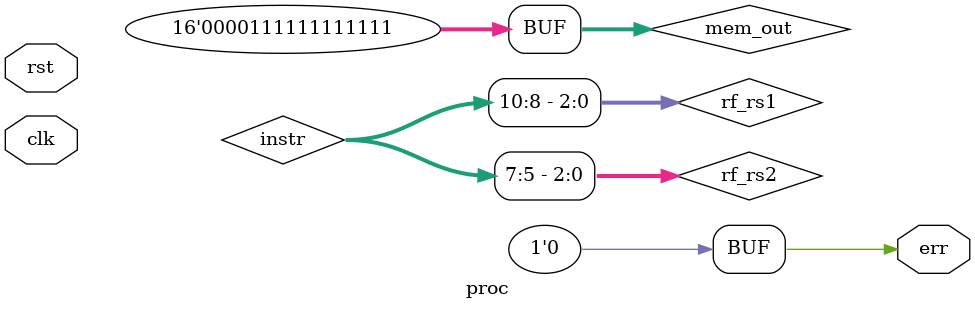
<source format=v>
module proc(
	    // Inputs
	    clk,
	    rst,
	    // Outputs
	    err
	    );
   // Inputs
   input clk;
   input rst;

   // Outputs
   output err;

   
   /********************************************************************************
    *  Fetch Stage
    *********************************************************************************/
   // Wires
   wire [15:0] pc, pc_inc, pc_branch, next_pc; // Next pc logic
   wire [15:0] instr; // Instruction read from instruction memory

   // PC
   register pc_reg(.q(pc), 
                   .d(next_pc), 
                   .clk(clk),
                   .rst(rst),
                   .we(1'b1));

   // Next-pc logic
   assign next_pc = pc + 2;

   // Instruction memory
   memory2c instr_mem (
   		       // Inputs
		       .data_in (16'b0),
		       .addr (pc),
		       .enable (1'b1),
		       .wr(1'b0),
		       .createdump(1'b0),	// TODO change to correct value
		       .clk (clk),
		       .rst(rst),
		       // Outputs
		       .data_out (instr)
		       );

   /********************************************************************************
    *  Decode Stage
    *********************************************************************************/
   wire [4:0]  alu_op;
   wire [2:0]  rf_rs1, rf_rs2, rf_ws; // Read/Write select
   wire [15:0] rf_rd1, rf_rd2, rf_wd; // Read/Write data
   wire        rf_wr;

   // Assign Rs, Rt
   assign rf_rs1 = instr[10:8]; // Rs
   assign rf_rs2 = instr[7:5];  // Rt

   /********************************************************************************
    *  Fetch Stage
    *********************************************************************************/
   // RF fetching
   rf_bypass rf(
                // Inputs
                .err(err),
                .clk(clk),
                .rst(rst),
                .read1regsel(rf_rs1),
                .read2regsel(rf_rs2),
                .writeregsel(rf_ws),
                .writedata(rf_wd),
                .write(rf_wr),
                // Outputs
                .read1data(rf_rd1),
                .read2data(rf_rd2)
                );

   /********************************************************************************
    *  Execute Stage
    *********************************************************************************/
   wire [15:0] alu_op1, alu_op2, alu_out;
   wire        cin, alu_ofl, alu_zero, alu_signed;

   // Decode instruction operands (post-fetch)	
   alu_operand_decode aopd(
                           // Inputs
                           .instr(instr),
                           .rsVal(rf_rd1),
                           .rtVal(rf_rd2),
                           // Outputs
                           .opA(alu_op1),
                           .opB(alu_op2)
                           );   

   // Decode instruction opcode
   alu_op_decode aod (
                      // Inputs
                      .instr(instr),
                      // Outputs
                      .alu_op(alu_op));

   // Decode instruction destination
   alu_destination_decode add(
                              // Inputs
                              .instr(instr),
                              // Outputs
                              .rd(rf_ws),
										.we_reg (rf_wr)
                              );

   // ALU
   ALU alu(.A(alu_op1),
           .B(alu_op2),
           .Cin(cin),
           .Op(alu_op),
           .sign(alu_signed),
           .Out(alu_out),
           .OFL(alu_ofl),
           .Zero(alu_zero)
           );
   

   /********************************************************************************
    *  Memory Stage
    *********************************************************************************/

   /********************************************************************************
    *  Write Stage
    *********************************************************************************/  
    wire [15:0] mem_out;
    dest_data_decode ddd (.instr(instr), 
								  .pc_inc(pc), 
								  .alu_out(alu_out), 
								  .mem_out(mem_out), 
								  .rdata (rf_wd)
                          );       
 
   // TODO : *actually* get data from memory
   assign mem_out = 16'h0fff; 

   /********************************************************************************
    *
    *********************************************************************************/
   assign err = 0;
endmodule // proc

</source>
